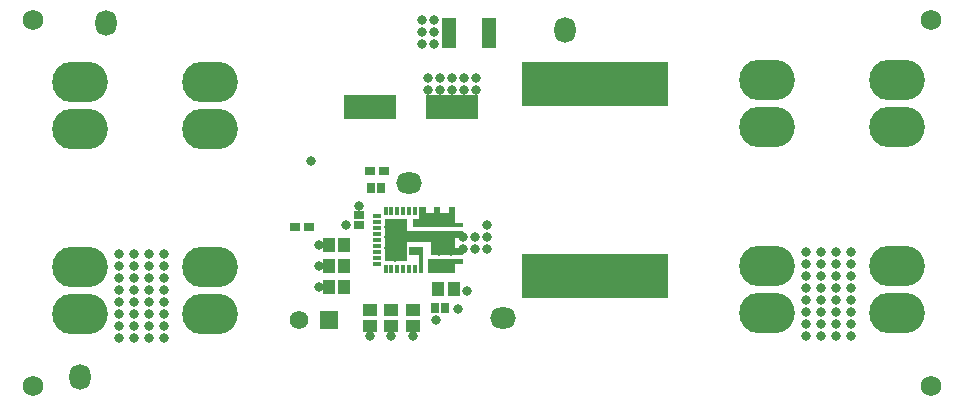
<source format=gbr>
G04*
G04 #@! TF.GenerationSoftware,Altium Limited,Altium Designer,23.0.1 (38)*
G04*
G04 Layer_Color=8388736*
%FSLAX25Y25*%
%MOIN*%
G70*
G04*
G04 #@! TF.SameCoordinates,AE5763C0-F2EE-4BCA-89C6-8F578BEF2D51*
G04*
G04*
G04 #@! TF.FilePolarity,Negative*
G04*
G01*
G75*
%ADD15R,0.01181X0.02559*%
%ADD16R,0.02559X0.01181*%
%ADD18R,0.04921X0.09843*%
%ADD21R,0.48504X0.15059*%
%ADD27R,0.17335X0.08280*%
%ADD28R,0.04540X0.04147*%
%ADD29R,0.04737X0.04343*%
%ADD30R,0.04343X0.04737*%
%ADD31R,0.03162X0.03320*%
%ADD32R,0.03753X0.03162*%
%ADD33R,0.03320X0.03162*%
%ADD34R,0.04147X0.04540*%
%ADD35C,0.06181*%
%ADD36R,0.06181X0.06181*%
%ADD37O,0.18517X0.13595*%
%ADD38C,0.06800*%
%ADD39O,0.08674X0.07099*%
%ADD40O,0.07099X0.08674*%
%ADD41C,0.03162*%
G36*
X152500Y66307D02*
X154961D01*
Y64732D01*
X138425D01*
Y67587D01*
X140492D01*
Y71524D01*
X142657D01*
Y69457D01*
X145413D01*
Y71524D01*
X147579D01*
Y69457D01*
X150335D01*
Y71524D01*
X152500D01*
Y66307D01*
D02*
G37*
G36*
X136358Y63551D02*
X154961D01*
Y61189D01*
X152500D01*
Y57744D01*
X154961D01*
Y55382D01*
X144331D01*
Y59909D01*
X136358D01*
Y53413D01*
X128976D01*
Y67587D01*
X136358D01*
Y63551D01*
D02*
G37*
G36*
X154961Y52626D02*
X152500D01*
Y49500D01*
X143445D01*
Y54201D01*
X154961D01*
Y52626D01*
D02*
G37*
G36*
X141673Y49476D02*
X140492D01*
Y55382D01*
X137146D01*
Y58138D01*
X141673D01*
Y49476D01*
D02*
G37*
D15*
X139114Y50756D02*
D03*
X137146D02*
D03*
X135177D02*
D03*
X133209D02*
D03*
X131240D02*
D03*
X129272D02*
D03*
Y70244D02*
D03*
X131240D02*
D03*
X133209D02*
D03*
X135177D02*
D03*
X137146D02*
D03*
X139114D02*
D03*
D16*
X126319Y52626D02*
D03*
Y54594D02*
D03*
Y56563D02*
D03*
Y58531D02*
D03*
Y60500D02*
D03*
Y62468D02*
D03*
Y64437D02*
D03*
Y66405D02*
D03*
Y68374D02*
D03*
D18*
X150307Y129500D02*
D03*
X163693D02*
D03*
D21*
X199000Y112459D02*
D03*
Y48541D02*
D03*
D27*
X151500Y104914D02*
D03*
X123941D02*
D03*
D28*
X124000Y31941D02*
D03*
Y37059D02*
D03*
X131124Y37059D02*
D03*
Y31941D02*
D03*
D29*
X138500Y31842D02*
D03*
Y37157D02*
D03*
D30*
X146843Y44076D02*
D03*
X152157D02*
D03*
D31*
X149142Y37760D02*
D03*
X145678D02*
D03*
X127732Y78000D02*
D03*
X124268D02*
D03*
D32*
X103764Y65000D02*
D03*
X99236D02*
D03*
X128764Y83560D02*
D03*
X124236D02*
D03*
D33*
X120500Y69000D02*
D03*
Y65535D02*
D03*
D34*
X115559Y45000D02*
D03*
X110441D02*
D03*
X115500Y59000D02*
D03*
X110382D02*
D03*
X115559Y52000D02*
D03*
X110441D02*
D03*
D35*
X100479Y34000D02*
D03*
D36*
X110479D02*
D03*
D37*
X70653Y97531D02*
D03*
Y113279D02*
D03*
X27347Y51468D02*
D03*
X70653Y35721D02*
D03*
X27347Y97531D02*
D03*
Y35721D02*
D03*
Y113279D02*
D03*
X70653Y51468D02*
D03*
X299654Y98032D02*
D03*
Y113779D02*
D03*
X256347Y51968D02*
D03*
X299654Y36220D02*
D03*
X256347Y98032D02*
D03*
Y36220D02*
D03*
Y113779D02*
D03*
X299654Y51968D02*
D03*
D38*
X11811Y11811D02*
D03*
Y133858D02*
D03*
X311024D02*
D03*
Y11811D02*
D03*
D39*
X137133Y79500D02*
D03*
X168500Y34500D02*
D03*
D40*
X27500Y15000D02*
D03*
X36000Y133000D02*
D03*
X189000Y130500D02*
D03*
D41*
X116000Y65500D02*
D03*
X146000Y34000D02*
D03*
X134500Y58000D02*
D03*
X120500Y72000D02*
D03*
X107087Y52000D02*
D03*
X107028Y59000D02*
D03*
X130500Y65000D02*
D03*
X163000Y65500D02*
D03*
Y61500D02*
D03*
Y57500D02*
D03*
X159000D02*
D03*
Y61500D02*
D03*
X155000Y57500D02*
D03*
Y61500D02*
D03*
X104500Y87000D02*
D03*
X138500Y28390D02*
D03*
X131000Y28500D02*
D03*
X269500Y56500D02*
D03*
X274500D02*
D03*
X279500D02*
D03*
X284500D02*
D03*
Y52500D02*
D03*
X279500D02*
D03*
X274500D02*
D03*
X269500D02*
D03*
X284500Y48500D02*
D03*
X279500D02*
D03*
X274500D02*
D03*
X269500D02*
D03*
X284500Y44500D02*
D03*
X279500D02*
D03*
X274500D02*
D03*
X269500D02*
D03*
X284500Y40500D02*
D03*
X279500D02*
D03*
X274500D02*
D03*
X269500D02*
D03*
X284500Y36500D02*
D03*
X279500D02*
D03*
X274500D02*
D03*
X269500D02*
D03*
X284500Y32500D02*
D03*
X279500D02*
D03*
X274500D02*
D03*
X269500D02*
D03*
X284500Y28500D02*
D03*
X279500D02*
D03*
X274500D02*
D03*
X269500D02*
D03*
X40500Y28000D02*
D03*
X45500D02*
D03*
X50500D02*
D03*
X55500D02*
D03*
X40500Y32000D02*
D03*
X45500D02*
D03*
X50500D02*
D03*
X55500D02*
D03*
X40500Y36000D02*
D03*
X45500D02*
D03*
X50500D02*
D03*
X55500D02*
D03*
X40500Y40000D02*
D03*
X45500D02*
D03*
X50500D02*
D03*
X55500D02*
D03*
X40500Y44000D02*
D03*
X45500D02*
D03*
X50500D02*
D03*
X55500D02*
D03*
X40500Y48000D02*
D03*
X45500D02*
D03*
X50500D02*
D03*
X55500D02*
D03*
X40500Y52000D02*
D03*
X45500D02*
D03*
X50500D02*
D03*
X55500D02*
D03*
Y56000D02*
D03*
X50500D02*
D03*
X45500D02*
D03*
X40500D02*
D03*
X107000Y45000D02*
D03*
X150500Y61500D02*
D03*
X151000Y57000D02*
D03*
X147000D02*
D03*
X145500Y61500D02*
D03*
X142000D02*
D03*
X138000D02*
D03*
X132500Y55000D02*
D03*
X130500Y58000D02*
D03*
X134500Y61500D02*
D03*
X130500D02*
D03*
X134500Y65000D02*
D03*
X159500Y114500D02*
D03*
X155500D02*
D03*
X151500D02*
D03*
X143500D02*
D03*
X155500Y110500D02*
D03*
X159500D02*
D03*
X151500D02*
D03*
X147500D02*
D03*
X143500D02*
D03*
X147500Y114500D02*
D03*
X141500Y126000D02*
D03*
Y130000D02*
D03*
Y134000D02*
D03*
X145500D02*
D03*
X124000Y28500D02*
D03*
X156500Y43500D02*
D03*
X145500Y126000D02*
D03*
Y130000D02*
D03*
X153500Y37500D02*
D03*
M02*

</source>
